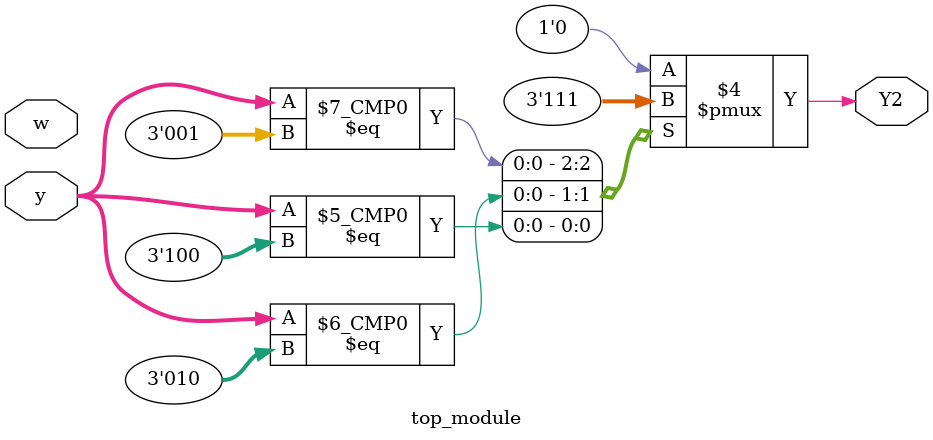
<source format=sv>
module top_module(
	input [3:1] y,
	input w,
	output reg Y2);

	always @(*) begin
		case (y)
			3'b000: Y2 = 1'b0; // A -> B
			3'b001: Y2 = 1'b1; // B -> A
			3'b010: Y2 = 1'b1; // C -> D
			3'b011: Y2 = 1'b0; // D -> A
			3'b100: Y2 = 1'b1; // E -> D
			3'b101: Y2 = 1'b0; // F -> C
			default: Y2 = 1'b0; // Default
		endcase
	end

endmodule

</source>
